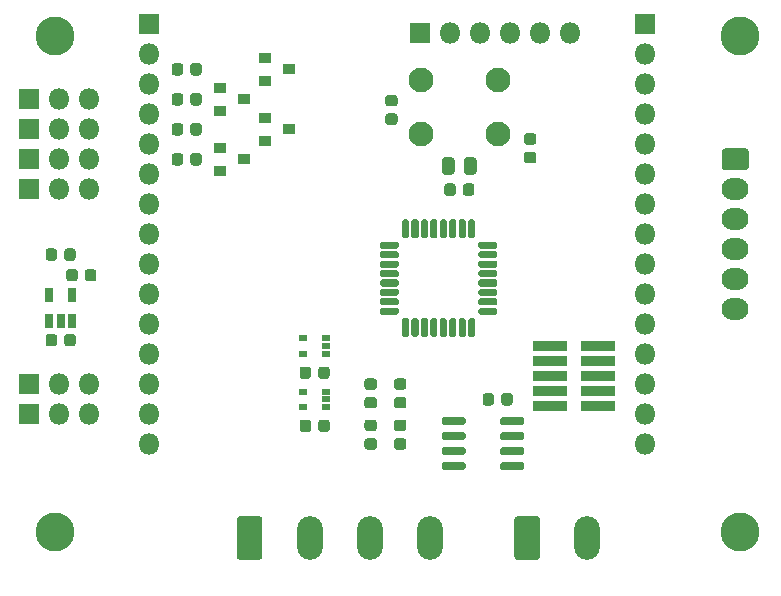
<source format=gts>
G04 #@! TF.GenerationSoftware,KiCad,Pcbnew,5.1.6-c6e7f7d~87~ubuntu20.04.1*
G04 #@! TF.CreationDate,2020-09-30T23:59:15+01:00*
G04 #@! TF.ProjectId,motor_board,6d6f746f-725f-4626-9f61-72642e6b6963,1.0*
G04 #@! TF.SameCoordinates,PX55d4a80PY5f5e100*
G04 #@! TF.FileFunction,Soldermask,Top*
G04 #@! TF.FilePolarity,Negative*
%FSLAX46Y46*%
G04 Gerber Fmt 4.6, Leading zero omitted, Abs format (unit mm)*
G04 Created by KiCad (PCBNEW 5.1.6-c6e7f7d~87~ubuntu20.04.1) date 2020-09-30 23:59:15*
%MOMM*%
%LPD*%
G01*
G04 APERTURE LIST*
%ADD10O,1.800000X1.800000*%
%ADD11R,1.800000X1.800000*%
%ADD12R,0.750000X1.160000*%
%ADD13R,0.750000X0.500000*%
%ADD14C,2.100000*%
%ADD15O,2.180000X3.700000*%
%ADD16R,2.895000X0.840000*%
%ADD17O,2.290000X1.840000*%
%ADD18C,3.300000*%
%ADD19R,1.000000X0.900000*%
G04 APERTURE END LIST*
G36*
G01*
X25700000Y17781250D02*
X25700000Y17218750D01*
G75*
G02*
X25456250Y16975000I-243750J0D01*
G01*
X24968750Y16975000D01*
G75*
G02*
X24725000Y17218750I0J243750D01*
G01*
X24725000Y17781250D01*
G75*
G02*
X24968750Y18025000I243750J0D01*
G01*
X25456250Y18025000D01*
G75*
G02*
X25700000Y17781250I0J-243750D01*
G01*
G37*
G36*
G01*
X27275000Y17781250D02*
X27275000Y17218750D01*
G75*
G02*
X27031250Y16975000I-243750J0D01*
G01*
X26543750Y16975000D01*
G75*
G02*
X26300000Y17218750I0J243750D01*
G01*
X26300000Y17781250D01*
G75*
G02*
X26543750Y18025000I243750J0D01*
G01*
X27031250Y18025000D01*
G75*
G02*
X27275000Y17781250I0J-243750D01*
G01*
G37*
G36*
G01*
X25700000Y13281250D02*
X25700000Y12718750D01*
G75*
G02*
X25456250Y12475000I-243750J0D01*
G01*
X24968750Y12475000D01*
G75*
G02*
X24725000Y12718750I0J243750D01*
G01*
X24725000Y13281250D01*
G75*
G02*
X24968750Y13525000I243750J0D01*
G01*
X25456250Y13525000D01*
G75*
G02*
X25700000Y13281250I0J-243750D01*
G01*
G37*
G36*
G01*
X27275000Y13281250D02*
X27275000Y12718750D01*
G75*
G02*
X27031250Y12475000I-243750J0D01*
G01*
X26543750Y12475000D01*
G75*
G02*
X26300000Y12718750I0J243750D01*
G01*
X26300000Y13281250D01*
G75*
G02*
X26543750Y13525000I243750J0D01*
G01*
X27031250Y13525000D01*
G75*
G02*
X27275000Y13281250I0J-243750D01*
G01*
G37*
D10*
X54000000Y11440000D03*
X54000000Y13980000D03*
X54000000Y16520000D03*
X54000000Y19060000D03*
X54000000Y21600000D03*
X54000000Y24140000D03*
X54000000Y26680000D03*
X54000000Y29220000D03*
X54000000Y31760000D03*
X54000000Y34300000D03*
X54000000Y36840000D03*
X54000000Y39380000D03*
X54000000Y41920000D03*
X54000000Y44460000D03*
D11*
X54000000Y47000000D03*
D12*
X3550000Y24100000D03*
X5450000Y24100000D03*
X5450000Y21900000D03*
X4500000Y21900000D03*
X3550000Y21900000D03*
G36*
G01*
X41700000Y13230000D02*
X41700000Y13580000D01*
G75*
G02*
X41875000Y13755000I175000J0D01*
G01*
X43575000Y13755000D01*
G75*
G02*
X43750000Y13580000I0J-175000D01*
G01*
X43750000Y13230000D01*
G75*
G02*
X43575000Y13055000I-175000J0D01*
G01*
X41875000Y13055000D01*
G75*
G02*
X41700000Y13230000I0J175000D01*
G01*
G37*
G36*
G01*
X41700000Y11960000D02*
X41700000Y12310000D01*
G75*
G02*
X41875000Y12485000I175000J0D01*
G01*
X43575000Y12485000D01*
G75*
G02*
X43750000Y12310000I0J-175000D01*
G01*
X43750000Y11960000D01*
G75*
G02*
X43575000Y11785000I-175000J0D01*
G01*
X41875000Y11785000D01*
G75*
G02*
X41700000Y11960000I0J175000D01*
G01*
G37*
G36*
G01*
X41700000Y10690000D02*
X41700000Y11040000D01*
G75*
G02*
X41875000Y11215000I175000J0D01*
G01*
X43575000Y11215000D01*
G75*
G02*
X43750000Y11040000I0J-175000D01*
G01*
X43750000Y10690000D01*
G75*
G02*
X43575000Y10515000I-175000J0D01*
G01*
X41875000Y10515000D01*
G75*
G02*
X41700000Y10690000I0J175000D01*
G01*
G37*
G36*
G01*
X41700000Y9420000D02*
X41700000Y9770000D01*
G75*
G02*
X41875000Y9945000I175000J0D01*
G01*
X43575000Y9945000D01*
G75*
G02*
X43750000Y9770000I0J-175000D01*
G01*
X43750000Y9420000D01*
G75*
G02*
X43575000Y9245000I-175000J0D01*
G01*
X41875000Y9245000D01*
G75*
G02*
X41700000Y9420000I0J175000D01*
G01*
G37*
G36*
G01*
X36750000Y9420000D02*
X36750000Y9770000D01*
G75*
G02*
X36925000Y9945000I175000J0D01*
G01*
X38625000Y9945000D01*
G75*
G02*
X38800000Y9770000I0J-175000D01*
G01*
X38800000Y9420000D01*
G75*
G02*
X38625000Y9245000I-175000J0D01*
G01*
X36925000Y9245000D01*
G75*
G02*
X36750000Y9420000I0J175000D01*
G01*
G37*
G36*
G01*
X36750000Y10690000D02*
X36750000Y11040000D01*
G75*
G02*
X36925000Y11215000I175000J0D01*
G01*
X38625000Y11215000D01*
G75*
G02*
X38800000Y11040000I0J-175000D01*
G01*
X38800000Y10690000D01*
G75*
G02*
X38625000Y10515000I-175000J0D01*
G01*
X36925000Y10515000D01*
G75*
G02*
X36750000Y10690000I0J175000D01*
G01*
G37*
G36*
G01*
X36750000Y11960000D02*
X36750000Y12310000D01*
G75*
G02*
X36925000Y12485000I175000J0D01*
G01*
X38625000Y12485000D01*
G75*
G02*
X38800000Y12310000I0J-175000D01*
G01*
X38800000Y11960000D01*
G75*
G02*
X38625000Y11785000I-175000J0D01*
G01*
X36925000Y11785000D01*
G75*
G02*
X36750000Y11960000I0J175000D01*
G01*
G37*
G36*
G01*
X36750000Y13230000D02*
X36750000Y13580000D01*
G75*
G02*
X36925000Y13755000I175000J0D01*
G01*
X38625000Y13755000D01*
G75*
G02*
X38800000Y13580000I0J-175000D01*
G01*
X38800000Y13230000D01*
G75*
G02*
X38625000Y13055000I-175000J0D01*
G01*
X36925000Y13055000D01*
G75*
G02*
X36750000Y13230000I0J175000D01*
G01*
G37*
G36*
G01*
X40025000Y28600000D02*
X41325000Y28600000D01*
G75*
G02*
X41475000Y28450000I0J-150000D01*
G01*
X41475000Y28150000D01*
G75*
G02*
X41325000Y28000000I-150000J0D01*
G01*
X40025000Y28000000D01*
G75*
G02*
X39875000Y28150000I0J150000D01*
G01*
X39875000Y28450000D01*
G75*
G02*
X40025000Y28600000I150000J0D01*
G01*
G37*
G36*
G01*
X40025000Y27800000D02*
X41325000Y27800000D01*
G75*
G02*
X41475000Y27650000I0J-150000D01*
G01*
X41475000Y27350000D01*
G75*
G02*
X41325000Y27200000I-150000J0D01*
G01*
X40025000Y27200000D01*
G75*
G02*
X39875000Y27350000I0J150000D01*
G01*
X39875000Y27650000D01*
G75*
G02*
X40025000Y27800000I150000J0D01*
G01*
G37*
G36*
G01*
X40025000Y27000000D02*
X41325000Y27000000D01*
G75*
G02*
X41475000Y26850000I0J-150000D01*
G01*
X41475000Y26550000D01*
G75*
G02*
X41325000Y26400000I-150000J0D01*
G01*
X40025000Y26400000D01*
G75*
G02*
X39875000Y26550000I0J150000D01*
G01*
X39875000Y26850000D01*
G75*
G02*
X40025000Y27000000I150000J0D01*
G01*
G37*
G36*
G01*
X40025000Y26200000D02*
X41325000Y26200000D01*
G75*
G02*
X41475000Y26050000I0J-150000D01*
G01*
X41475000Y25750000D01*
G75*
G02*
X41325000Y25600000I-150000J0D01*
G01*
X40025000Y25600000D01*
G75*
G02*
X39875000Y25750000I0J150000D01*
G01*
X39875000Y26050000D01*
G75*
G02*
X40025000Y26200000I150000J0D01*
G01*
G37*
G36*
G01*
X40025000Y25400000D02*
X41325000Y25400000D01*
G75*
G02*
X41475000Y25250000I0J-150000D01*
G01*
X41475000Y24950000D01*
G75*
G02*
X41325000Y24800000I-150000J0D01*
G01*
X40025000Y24800000D01*
G75*
G02*
X39875000Y24950000I0J150000D01*
G01*
X39875000Y25250000D01*
G75*
G02*
X40025000Y25400000I150000J0D01*
G01*
G37*
G36*
G01*
X40025000Y24600000D02*
X41325000Y24600000D01*
G75*
G02*
X41475000Y24450000I0J-150000D01*
G01*
X41475000Y24150000D01*
G75*
G02*
X41325000Y24000000I-150000J0D01*
G01*
X40025000Y24000000D01*
G75*
G02*
X39875000Y24150000I0J150000D01*
G01*
X39875000Y24450000D01*
G75*
G02*
X40025000Y24600000I150000J0D01*
G01*
G37*
G36*
G01*
X40025000Y23800000D02*
X41325000Y23800000D01*
G75*
G02*
X41475000Y23650000I0J-150000D01*
G01*
X41475000Y23350000D01*
G75*
G02*
X41325000Y23200000I-150000J0D01*
G01*
X40025000Y23200000D01*
G75*
G02*
X39875000Y23350000I0J150000D01*
G01*
X39875000Y23650000D01*
G75*
G02*
X40025000Y23800000I150000J0D01*
G01*
G37*
G36*
G01*
X40025000Y23000000D02*
X41325000Y23000000D01*
G75*
G02*
X41475000Y22850000I0J-150000D01*
G01*
X41475000Y22550000D01*
G75*
G02*
X41325000Y22400000I-150000J0D01*
G01*
X40025000Y22400000D01*
G75*
G02*
X39875000Y22550000I0J150000D01*
G01*
X39875000Y22850000D01*
G75*
G02*
X40025000Y23000000I150000J0D01*
G01*
G37*
G36*
G01*
X39150000Y22125000D02*
X39450000Y22125000D01*
G75*
G02*
X39600000Y21975000I0J-150000D01*
G01*
X39600000Y20675000D01*
G75*
G02*
X39450000Y20525000I-150000J0D01*
G01*
X39150000Y20525000D01*
G75*
G02*
X39000000Y20675000I0J150000D01*
G01*
X39000000Y21975000D01*
G75*
G02*
X39150000Y22125000I150000J0D01*
G01*
G37*
G36*
G01*
X38350000Y22125000D02*
X38650000Y22125000D01*
G75*
G02*
X38800000Y21975000I0J-150000D01*
G01*
X38800000Y20675000D01*
G75*
G02*
X38650000Y20525000I-150000J0D01*
G01*
X38350000Y20525000D01*
G75*
G02*
X38200000Y20675000I0J150000D01*
G01*
X38200000Y21975000D01*
G75*
G02*
X38350000Y22125000I150000J0D01*
G01*
G37*
G36*
G01*
X37550000Y22125000D02*
X37850000Y22125000D01*
G75*
G02*
X38000000Y21975000I0J-150000D01*
G01*
X38000000Y20675000D01*
G75*
G02*
X37850000Y20525000I-150000J0D01*
G01*
X37550000Y20525000D01*
G75*
G02*
X37400000Y20675000I0J150000D01*
G01*
X37400000Y21975000D01*
G75*
G02*
X37550000Y22125000I150000J0D01*
G01*
G37*
G36*
G01*
X36750000Y22125000D02*
X37050000Y22125000D01*
G75*
G02*
X37200000Y21975000I0J-150000D01*
G01*
X37200000Y20675000D01*
G75*
G02*
X37050000Y20525000I-150000J0D01*
G01*
X36750000Y20525000D01*
G75*
G02*
X36600000Y20675000I0J150000D01*
G01*
X36600000Y21975000D01*
G75*
G02*
X36750000Y22125000I150000J0D01*
G01*
G37*
G36*
G01*
X35950000Y22125000D02*
X36250000Y22125000D01*
G75*
G02*
X36400000Y21975000I0J-150000D01*
G01*
X36400000Y20675000D01*
G75*
G02*
X36250000Y20525000I-150000J0D01*
G01*
X35950000Y20525000D01*
G75*
G02*
X35800000Y20675000I0J150000D01*
G01*
X35800000Y21975000D01*
G75*
G02*
X35950000Y22125000I150000J0D01*
G01*
G37*
G36*
G01*
X35150000Y22125000D02*
X35450000Y22125000D01*
G75*
G02*
X35600000Y21975000I0J-150000D01*
G01*
X35600000Y20675000D01*
G75*
G02*
X35450000Y20525000I-150000J0D01*
G01*
X35150000Y20525000D01*
G75*
G02*
X35000000Y20675000I0J150000D01*
G01*
X35000000Y21975000D01*
G75*
G02*
X35150000Y22125000I150000J0D01*
G01*
G37*
G36*
G01*
X34350000Y22125000D02*
X34650000Y22125000D01*
G75*
G02*
X34800000Y21975000I0J-150000D01*
G01*
X34800000Y20675000D01*
G75*
G02*
X34650000Y20525000I-150000J0D01*
G01*
X34350000Y20525000D01*
G75*
G02*
X34200000Y20675000I0J150000D01*
G01*
X34200000Y21975000D01*
G75*
G02*
X34350000Y22125000I150000J0D01*
G01*
G37*
G36*
G01*
X33550000Y22125000D02*
X33850000Y22125000D01*
G75*
G02*
X34000000Y21975000I0J-150000D01*
G01*
X34000000Y20675000D01*
G75*
G02*
X33850000Y20525000I-150000J0D01*
G01*
X33550000Y20525000D01*
G75*
G02*
X33400000Y20675000I0J150000D01*
G01*
X33400000Y21975000D01*
G75*
G02*
X33550000Y22125000I150000J0D01*
G01*
G37*
G36*
G01*
X31675000Y23000000D02*
X32975000Y23000000D01*
G75*
G02*
X33125000Y22850000I0J-150000D01*
G01*
X33125000Y22550000D01*
G75*
G02*
X32975000Y22400000I-150000J0D01*
G01*
X31675000Y22400000D01*
G75*
G02*
X31525000Y22550000I0J150000D01*
G01*
X31525000Y22850000D01*
G75*
G02*
X31675000Y23000000I150000J0D01*
G01*
G37*
G36*
G01*
X31675000Y23800000D02*
X32975000Y23800000D01*
G75*
G02*
X33125000Y23650000I0J-150000D01*
G01*
X33125000Y23350000D01*
G75*
G02*
X32975000Y23200000I-150000J0D01*
G01*
X31675000Y23200000D01*
G75*
G02*
X31525000Y23350000I0J150000D01*
G01*
X31525000Y23650000D01*
G75*
G02*
X31675000Y23800000I150000J0D01*
G01*
G37*
G36*
G01*
X31675000Y24600000D02*
X32975000Y24600000D01*
G75*
G02*
X33125000Y24450000I0J-150000D01*
G01*
X33125000Y24150000D01*
G75*
G02*
X32975000Y24000000I-150000J0D01*
G01*
X31675000Y24000000D01*
G75*
G02*
X31525000Y24150000I0J150000D01*
G01*
X31525000Y24450000D01*
G75*
G02*
X31675000Y24600000I150000J0D01*
G01*
G37*
G36*
G01*
X31675000Y25400000D02*
X32975000Y25400000D01*
G75*
G02*
X33125000Y25250000I0J-150000D01*
G01*
X33125000Y24950000D01*
G75*
G02*
X32975000Y24800000I-150000J0D01*
G01*
X31675000Y24800000D01*
G75*
G02*
X31525000Y24950000I0J150000D01*
G01*
X31525000Y25250000D01*
G75*
G02*
X31675000Y25400000I150000J0D01*
G01*
G37*
G36*
G01*
X31675000Y26200000D02*
X32975000Y26200000D01*
G75*
G02*
X33125000Y26050000I0J-150000D01*
G01*
X33125000Y25750000D01*
G75*
G02*
X32975000Y25600000I-150000J0D01*
G01*
X31675000Y25600000D01*
G75*
G02*
X31525000Y25750000I0J150000D01*
G01*
X31525000Y26050000D01*
G75*
G02*
X31675000Y26200000I150000J0D01*
G01*
G37*
G36*
G01*
X31675000Y27000000D02*
X32975000Y27000000D01*
G75*
G02*
X33125000Y26850000I0J-150000D01*
G01*
X33125000Y26550000D01*
G75*
G02*
X32975000Y26400000I-150000J0D01*
G01*
X31675000Y26400000D01*
G75*
G02*
X31525000Y26550000I0J150000D01*
G01*
X31525000Y26850000D01*
G75*
G02*
X31675000Y27000000I150000J0D01*
G01*
G37*
G36*
G01*
X31675000Y27800000D02*
X32975000Y27800000D01*
G75*
G02*
X33125000Y27650000I0J-150000D01*
G01*
X33125000Y27350000D01*
G75*
G02*
X32975000Y27200000I-150000J0D01*
G01*
X31675000Y27200000D01*
G75*
G02*
X31525000Y27350000I0J150000D01*
G01*
X31525000Y27650000D01*
G75*
G02*
X31675000Y27800000I150000J0D01*
G01*
G37*
G36*
G01*
X31675000Y28600000D02*
X32975000Y28600000D01*
G75*
G02*
X33125000Y28450000I0J-150000D01*
G01*
X33125000Y28150000D01*
G75*
G02*
X32975000Y28000000I-150000J0D01*
G01*
X31675000Y28000000D01*
G75*
G02*
X31525000Y28150000I0J150000D01*
G01*
X31525000Y28450000D01*
G75*
G02*
X31675000Y28600000I150000J0D01*
G01*
G37*
G36*
G01*
X33550000Y30475000D02*
X33850000Y30475000D01*
G75*
G02*
X34000000Y30325000I0J-150000D01*
G01*
X34000000Y29025000D01*
G75*
G02*
X33850000Y28875000I-150000J0D01*
G01*
X33550000Y28875000D01*
G75*
G02*
X33400000Y29025000I0J150000D01*
G01*
X33400000Y30325000D01*
G75*
G02*
X33550000Y30475000I150000J0D01*
G01*
G37*
G36*
G01*
X34350000Y30475000D02*
X34650000Y30475000D01*
G75*
G02*
X34800000Y30325000I0J-150000D01*
G01*
X34800000Y29025000D01*
G75*
G02*
X34650000Y28875000I-150000J0D01*
G01*
X34350000Y28875000D01*
G75*
G02*
X34200000Y29025000I0J150000D01*
G01*
X34200000Y30325000D01*
G75*
G02*
X34350000Y30475000I150000J0D01*
G01*
G37*
G36*
G01*
X35150000Y30475000D02*
X35450000Y30475000D01*
G75*
G02*
X35600000Y30325000I0J-150000D01*
G01*
X35600000Y29025000D01*
G75*
G02*
X35450000Y28875000I-150000J0D01*
G01*
X35150000Y28875000D01*
G75*
G02*
X35000000Y29025000I0J150000D01*
G01*
X35000000Y30325000D01*
G75*
G02*
X35150000Y30475000I150000J0D01*
G01*
G37*
G36*
G01*
X35950000Y30475000D02*
X36250000Y30475000D01*
G75*
G02*
X36400000Y30325000I0J-150000D01*
G01*
X36400000Y29025000D01*
G75*
G02*
X36250000Y28875000I-150000J0D01*
G01*
X35950000Y28875000D01*
G75*
G02*
X35800000Y29025000I0J150000D01*
G01*
X35800000Y30325000D01*
G75*
G02*
X35950000Y30475000I150000J0D01*
G01*
G37*
G36*
G01*
X36750000Y30475000D02*
X37050000Y30475000D01*
G75*
G02*
X37200000Y30325000I0J-150000D01*
G01*
X37200000Y29025000D01*
G75*
G02*
X37050000Y28875000I-150000J0D01*
G01*
X36750000Y28875000D01*
G75*
G02*
X36600000Y29025000I0J150000D01*
G01*
X36600000Y30325000D01*
G75*
G02*
X36750000Y30475000I150000J0D01*
G01*
G37*
G36*
G01*
X37550000Y30475000D02*
X37850000Y30475000D01*
G75*
G02*
X38000000Y30325000I0J-150000D01*
G01*
X38000000Y29025000D01*
G75*
G02*
X37850000Y28875000I-150000J0D01*
G01*
X37550000Y28875000D01*
G75*
G02*
X37400000Y29025000I0J150000D01*
G01*
X37400000Y30325000D01*
G75*
G02*
X37550000Y30475000I150000J0D01*
G01*
G37*
G36*
G01*
X38350000Y30475000D02*
X38650000Y30475000D01*
G75*
G02*
X38800000Y30325000I0J-150000D01*
G01*
X38800000Y29025000D01*
G75*
G02*
X38650000Y28875000I-150000J0D01*
G01*
X38350000Y28875000D01*
G75*
G02*
X38200000Y29025000I0J150000D01*
G01*
X38200000Y30325000D01*
G75*
G02*
X38350000Y30475000I150000J0D01*
G01*
G37*
G36*
G01*
X39150000Y30475000D02*
X39450000Y30475000D01*
G75*
G02*
X39600000Y30325000I0J-150000D01*
G01*
X39600000Y29025000D01*
G75*
G02*
X39450000Y28875000I-150000J0D01*
G01*
X39150000Y28875000D01*
G75*
G02*
X39000000Y29025000I0J150000D01*
G01*
X39000000Y30325000D01*
G75*
G02*
X39150000Y30475000I150000J0D01*
G01*
G37*
D13*
X25050000Y14600000D03*
X25050000Y15900000D03*
X26950000Y15250000D03*
X26950000Y15900000D03*
X26950000Y14600000D03*
X25050000Y19100000D03*
X25050000Y20400000D03*
X26950000Y19750000D03*
X26950000Y20400000D03*
X26950000Y19100000D03*
D14*
X35000000Y37750000D03*
X35000000Y42250000D03*
X41500000Y37750000D03*
X41500000Y42250000D03*
G36*
G01*
X44531250Y36800000D02*
X43968750Y36800000D01*
G75*
G02*
X43725000Y37043750I0J243750D01*
G01*
X43725000Y37531250D01*
G75*
G02*
X43968750Y37775000I243750J0D01*
G01*
X44531250Y37775000D01*
G75*
G02*
X44775000Y37531250I0J-243750D01*
G01*
X44775000Y37043750D01*
G75*
G02*
X44531250Y36800000I-243750J0D01*
G01*
G37*
G36*
G01*
X44531250Y35225000D02*
X43968750Y35225000D01*
G75*
G02*
X43725000Y35468750I0J243750D01*
G01*
X43725000Y35956250D01*
G75*
G02*
X43968750Y36200000I243750J0D01*
G01*
X44531250Y36200000D01*
G75*
G02*
X44775000Y35956250I0J-243750D01*
G01*
X44775000Y35468750D01*
G75*
G02*
X44531250Y35225000I-243750J0D01*
G01*
G37*
G36*
G01*
X33531250Y16050000D02*
X32968750Y16050000D01*
G75*
G02*
X32725000Y16293750I0J243750D01*
G01*
X32725000Y16781250D01*
G75*
G02*
X32968750Y17025000I243750J0D01*
G01*
X33531250Y17025000D01*
G75*
G02*
X33775000Y16781250I0J-243750D01*
G01*
X33775000Y16293750D01*
G75*
G02*
X33531250Y16050000I-243750J0D01*
G01*
G37*
G36*
G01*
X33531250Y14475000D02*
X32968750Y14475000D01*
G75*
G02*
X32725000Y14718750I0J243750D01*
G01*
X32725000Y15206250D01*
G75*
G02*
X32968750Y15450000I243750J0D01*
G01*
X33531250Y15450000D01*
G75*
G02*
X33775000Y15206250I0J-243750D01*
G01*
X33775000Y14718750D01*
G75*
G02*
X33531250Y14475000I-243750J0D01*
G01*
G37*
G36*
G01*
X31031250Y16050000D02*
X30468750Y16050000D01*
G75*
G02*
X30225000Y16293750I0J243750D01*
G01*
X30225000Y16781250D01*
G75*
G02*
X30468750Y17025000I243750J0D01*
G01*
X31031250Y17025000D01*
G75*
G02*
X31275000Y16781250I0J-243750D01*
G01*
X31275000Y16293750D01*
G75*
G02*
X31031250Y16050000I-243750J0D01*
G01*
G37*
G36*
G01*
X31031250Y14475000D02*
X30468750Y14475000D01*
G75*
G02*
X30225000Y14718750I0J243750D01*
G01*
X30225000Y15206250D01*
G75*
G02*
X30468750Y15450000I243750J0D01*
G01*
X31031250Y15450000D01*
G75*
G02*
X31275000Y15206250I0J-243750D01*
G01*
X31275000Y14718750D01*
G75*
G02*
X31031250Y14475000I-243750J0D01*
G01*
G37*
G36*
G01*
X14875000Y35851250D02*
X14875000Y35288750D01*
G75*
G02*
X14631250Y35045000I-243750J0D01*
G01*
X14143750Y35045000D01*
G75*
G02*
X13900000Y35288750I0J243750D01*
G01*
X13900000Y35851250D01*
G75*
G02*
X14143750Y36095000I243750J0D01*
G01*
X14631250Y36095000D01*
G75*
G02*
X14875000Y35851250I0J-243750D01*
G01*
G37*
G36*
G01*
X16450000Y35851250D02*
X16450000Y35288750D01*
G75*
G02*
X16206250Y35045000I-243750J0D01*
G01*
X15718750Y35045000D01*
G75*
G02*
X15475000Y35288750I0J243750D01*
G01*
X15475000Y35851250D01*
G75*
G02*
X15718750Y36095000I243750J0D01*
G01*
X16206250Y36095000D01*
G75*
G02*
X16450000Y35851250I0J-243750D01*
G01*
G37*
G36*
G01*
X14875000Y38391250D02*
X14875000Y37828750D01*
G75*
G02*
X14631250Y37585000I-243750J0D01*
G01*
X14143750Y37585000D01*
G75*
G02*
X13900000Y37828750I0J243750D01*
G01*
X13900000Y38391250D01*
G75*
G02*
X14143750Y38635000I243750J0D01*
G01*
X14631250Y38635000D01*
G75*
G02*
X14875000Y38391250I0J-243750D01*
G01*
G37*
G36*
G01*
X16450000Y38391250D02*
X16450000Y37828750D01*
G75*
G02*
X16206250Y37585000I-243750J0D01*
G01*
X15718750Y37585000D01*
G75*
G02*
X15475000Y37828750I0J243750D01*
G01*
X15475000Y38391250D01*
G75*
G02*
X15718750Y38635000I243750J0D01*
G01*
X16206250Y38635000D01*
G75*
G02*
X16450000Y38391250I0J-243750D01*
G01*
G37*
G36*
G01*
X14875000Y40931250D02*
X14875000Y40368750D01*
G75*
G02*
X14631250Y40125000I-243750J0D01*
G01*
X14143750Y40125000D01*
G75*
G02*
X13900000Y40368750I0J243750D01*
G01*
X13900000Y40931250D01*
G75*
G02*
X14143750Y41175000I243750J0D01*
G01*
X14631250Y41175000D01*
G75*
G02*
X14875000Y40931250I0J-243750D01*
G01*
G37*
G36*
G01*
X16450000Y40931250D02*
X16450000Y40368750D01*
G75*
G02*
X16206250Y40125000I-243750J0D01*
G01*
X15718750Y40125000D01*
G75*
G02*
X15475000Y40368750I0J243750D01*
G01*
X15475000Y40931250D01*
G75*
G02*
X15718750Y41175000I243750J0D01*
G01*
X16206250Y41175000D01*
G75*
G02*
X16450000Y40931250I0J-243750D01*
G01*
G37*
G36*
G01*
X14875000Y43471250D02*
X14875000Y42908750D01*
G75*
G02*
X14631250Y42665000I-243750J0D01*
G01*
X14143750Y42665000D01*
G75*
G02*
X13900000Y42908750I0J243750D01*
G01*
X13900000Y43471250D01*
G75*
G02*
X14143750Y43715000I243750J0D01*
G01*
X14631250Y43715000D01*
G75*
G02*
X14875000Y43471250I0J-243750D01*
G01*
G37*
G36*
G01*
X16450000Y43471250D02*
X16450000Y42908750D01*
G75*
G02*
X16206250Y42665000I-243750J0D01*
G01*
X15718750Y42665000D01*
G75*
G02*
X15475000Y42908750I0J243750D01*
G01*
X15475000Y43471250D01*
G75*
G02*
X15718750Y43715000I243750J0D01*
G01*
X16206250Y43715000D01*
G75*
G02*
X16450000Y43471250I0J-243750D01*
G01*
G37*
D15*
X49080000Y3500000D03*
G36*
G01*
X42910000Y1912018D02*
X42910000Y5087982D01*
G75*
G02*
X43172018Y5350000I262018J0D01*
G01*
X44827982Y5350000D01*
G75*
G02*
X45090000Y5087982I0J-262018D01*
G01*
X45090000Y1912018D01*
G75*
G02*
X44827982Y1650000I-262018J0D01*
G01*
X43172018Y1650000D01*
G75*
G02*
X42910000Y1912018I0J262018D01*
G01*
G37*
D10*
X47650000Y46250000D03*
X45110000Y46250000D03*
X42570000Y46250000D03*
X40030000Y46250000D03*
X37490000Y46250000D03*
D11*
X34950000Y46250000D03*
D10*
X6920000Y13980000D03*
X4380000Y13980000D03*
D11*
X1840000Y13980000D03*
D10*
X6920000Y16520000D03*
X4380000Y16520000D03*
D11*
X1840000Y16520000D03*
D15*
X35740000Y3500000D03*
X30660000Y3500000D03*
X25580000Y3500000D03*
G36*
G01*
X19410000Y1912018D02*
X19410000Y5087982D01*
G75*
G02*
X19672018Y5350000I262018J0D01*
G01*
X21327982Y5350000D01*
G75*
G02*
X21590000Y5087982I0J-262018D01*
G01*
X21590000Y1912018D01*
G75*
G02*
X21327982Y1650000I-262018J0D01*
G01*
X19672018Y1650000D01*
G75*
G02*
X19410000Y1912018I0J262018D01*
G01*
G37*
D10*
X12000000Y11440000D03*
X12000000Y13980000D03*
X12000000Y16520000D03*
X12000000Y19060000D03*
X12000000Y21600000D03*
X12000000Y24140000D03*
X12000000Y26680000D03*
X12000000Y29220000D03*
X12000000Y31760000D03*
X12000000Y34300000D03*
X12000000Y36840000D03*
X12000000Y39380000D03*
X12000000Y41920000D03*
X12000000Y44460000D03*
D11*
X12000000Y47000000D03*
D16*
X45968000Y19790000D03*
X50032000Y19790000D03*
X45968000Y18520000D03*
X50032000Y18520000D03*
X45968000Y17250000D03*
X50032000Y17250000D03*
X45968000Y15980000D03*
X50032000Y15980000D03*
X45968000Y14710000D03*
X50032000Y14710000D03*
D10*
X6920000Y33030000D03*
X4380000Y33030000D03*
D11*
X1840000Y33030000D03*
D10*
X6920000Y35570000D03*
X4380000Y35570000D03*
D11*
X1840000Y35570000D03*
D17*
X61620000Y22870000D03*
X61620000Y25410000D03*
X61620000Y27950000D03*
X61620000Y30490000D03*
X61620000Y33030000D03*
G36*
G01*
X60739367Y36490000D02*
X62500633Y36490000D01*
G75*
G02*
X62765000Y36225633I0J-264367D01*
G01*
X62765000Y34914367D01*
G75*
G02*
X62500633Y34650000I-264367J0D01*
G01*
X60739367Y34650000D01*
G75*
G02*
X60475000Y34914367I0J264367D01*
G01*
X60475000Y36225633D01*
G75*
G02*
X60739367Y36490000I264367J0D01*
G01*
G37*
D10*
X6920000Y38110000D03*
X4380000Y38110000D03*
D11*
X1840000Y38110000D03*
D10*
X6920000Y40650000D03*
X4380000Y40650000D03*
D11*
X1840000Y40650000D03*
D18*
X62000000Y4000000D03*
X4000000Y46000000D03*
X4000000Y4000000D03*
X62000000Y46000000D03*
G36*
G01*
X33531250Y12550000D02*
X32968750Y12550000D01*
G75*
G02*
X32725000Y12793750I0J243750D01*
G01*
X32725000Y13281250D01*
G75*
G02*
X32968750Y13525000I243750J0D01*
G01*
X33531250Y13525000D01*
G75*
G02*
X33775000Y13281250I0J-243750D01*
G01*
X33775000Y12793750D01*
G75*
G02*
X33531250Y12550000I-243750J0D01*
G01*
G37*
G36*
G01*
X33531250Y10975000D02*
X32968750Y10975000D01*
G75*
G02*
X32725000Y11218750I0J243750D01*
G01*
X32725000Y11706250D01*
G75*
G02*
X32968750Y11950000I243750J0D01*
G01*
X33531250Y11950000D01*
G75*
G02*
X33775000Y11706250I0J-243750D01*
G01*
X33775000Y11218750D01*
G75*
G02*
X33531250Y10975000I-243750J0D01*
G01*
G37*
G36*
G01*
X31031250Y12550000D02*
X30468750Y12550000D01*
G75*
G02*
X30225000Y12793750I0J243750D01*
G01*
X30225000Y13281250D01*
G75*
G02*
X30468750Y13525000I243750J0D01*
G01*
X31031250Y13525000D01*
G75*
G02*
X31275000Y13281250I0J-243750D01*
G01*
X31275000Y12793750D01*
G75*
G02*
X31031250Y12550000I-243750J0D01*
G01*
G37*
G36*
G01*
X31031250Y10975000D02*
X30468750Y10975000D01*
G75*
G02*
X30225000Y11218750I0J243750D01*
G01*
X30225000Y11706250D01*
G75*
G02*
X30468750Y11950000I243750J0D01*
G01*
X31031250Y11950000D01*
G75*
G02*
X31275000Y11706250I0J-243750D01*
G01*
X31275000Y11218750D01*
G75*
G02*
X31031250Y10975000I-243750J0D01*
G01*
G37*
D19*
X19985000Y35570000D03*
X17985000Y34620000D03*
X17985000Y36520000D03*
X23795000Y38110000D03*
X21795000Y37160000D03*
X21795000Y39060000D03*
X19985000Y40650000D03*
X17985000Y39700000D03*
X17985000Y41600000D03*
X23795000Y43190000D03*
X21795000Y42240000D03*
X21795000Y44140000D03*
G36*
G01*
X4800000Y27218750D02*
X4800000Y27781250D01*
G75*
G02*
X5043750Y28025000I243750J0D01*
G01*
X5531250Y28025000D01*
G75*
G02*
X5775000Y27781250I0J-243750D01*
G01*
X5775000Y27218750D01*
G75*
G02*
X5531250Y26975000I-243750J0D01*
G01*
X5043750Y26975000D01*
G75*
G02*
X4800000Y27218750I0J243750D01*
G01*
G37*
G36*
G01*
X3225000Y27218750D02*
X3225000Y27781250D01*
G75*
G02*
X3468750Y28025000I243750J0D01*
G01*
X3956250Y28025000D01*
G75*
G02*
X4200000Y27781250I0J-243750D01*
G01*
X4200000Y27218750D01*
G75*
G02*
X3956250Y26975000I-243750J0D01*
G01*
X3468750Y26975000D01*
G75*
G02*
X3225000Y27218750I0J243750D01*
G01*
G37*
G36*
G01*
X6550000Y25468750D02*
X6550000Y26031250D01*
G75*
G02*
X6793750Y26275000I243750J0D01*
G01*
X7281250Y26275000D01*
G75*
G02*
X7525000Y26031250I0J-243750D01*
G01*
X7525000Y25468750D01*
G75*
G02*
X7281250Y25225000I-243750J0D01*
G01*
X6793750Y25225000D01*
G75*
G02*
X6550000Y25468750I0J243750D01*
G01*
G37*
G36*
G01*
X4975000Y25468750D02*
X4975000Y26031250D01*
G75*
G02*
X5218750Y26275000I243750J0D01*
G01*
X5706250Y26275000D01*
G75*
G02*
X5950000Y26031250I0J-243750D01*
G01*
X5950000Y25468750D01*
G75*
G02*
X5706250Y25225000I-243750J0D01*
G01*
X5218750Y25225000D01*
G75*
G02*
X4975000Y25468750I0J243750D01*
G01*
G37*
G36*
G01*
X4800000Y19968750D02*
X4800000Y20531250D01*
G75*
G02*
X5043750Y20775000I243750J0D01*
G01*
X5531250Y20775000D01*
G75*
G02*
X5775000Y20531250I0J-243750D01*
G01*
X5775000Y19968750D01*
G75*
G02*
X5531250Y19725000I-243750J0D01*
G01*
X5043750Y19725000D01*
G75*
G02*
X4800000Y19968750I0J243750D01*
G01*
G37*
G36*
G01*
X3225000Y19968750D02*
X3225000Y20531250D01*
G75*
G02*
X3468750Y20775000I243750J0D01*
G01*
X3956250Y20775000D01*
G75*
G02*
X4200000Y20531250I0J-243750D01*
G01*
X4200000Y19968750D01*
G75*
G02*
X3956250Y19725000I-243750J0D01*
G01*
X3468750Y19725000D01*
G75*
G02*
X3225000Y19968750I0J243750D01*
G01*
G37*
G36*
G01*
X41800000Y14968750D02*
X41800000Y15531250D01*
G75*
G02*
X42043750Y15775000I243750J0D01*
G01*
X42531250Y15775000D01*
G75*
G02*
X42775000Y15531250I0J-243750D01*
G01*
X42775000Y14968750D01*
G75*
G02*
X42531250Y14725000I-243750J0D01*
G01*
X42043750Y14725000D01*
G75*
G02*
X41800000Y14968750I0J243750D01*
G01*
G37*
G36*
G01*
X40225000Y14968750D02*
X40225000Y15531250D01*
G75*
G02*
X40468750Y15775000I243750J0D01*
G01*
X40956250Y15775000D01*
G75*
G02*
X41200000Y15531250I0J-243750D01*
G01*
X41200000Y14968750D01*
G75*
G02*
X40956250Y14725000I-243750J0D01*
G01*
X40468750Y14725000D01*
G75*
G02*
X40225000Y14968750I0J243750D01*
G01*
G37*
G36*
G01*
X32781250Y40050000D02*
X32218750Y40050000D01*
G75*
G02*
X31975000Y40293750I0J243750D01*
G01*
X31975000Y40781250D01*
G75*
G02*
X32218750Y41025000I243750J0D01*
G01*
X32781250Y41025000D01*
G75*
G02*
X33025000Y40781250I0J-243750D01*
G01*
X33025000Y40293750D01*
G75*
G02*
X32781250Y40050000I-243750J0D01*
G01*
G37*
G36*
G01*
X32781250Y38475000D02*
X32218750Y38475000D01*
G75*
G02*
X31975000Y38718750I0J243750D01*
G01*
X31975000Y39206250D01*
G75*
G02*
X32218750Y39450000I243750J0D01*
G01*
X32781250Y39450000D01*
G75*
G02*
X33025000Y39206250I0J-243750D01*
G01*
X33025000Y38718750D01*
G75*
G02*
X32781250Y38475000I-243750J0D01*
G01*
G37*
G36*
G01*
X38550000Y32718750D02*
X38550000Y33281250D01*
G75*
G02*
X38793750Y33525000I243750J0D01*
G01*
X39281250Y33525000D01*
G75*
G02*
X39525000Y33281250I0J-243750D01*
G01*
X39525000Y32718750D01*
G75*
G02*
X39281250Y32475000I-243750J0D01*
G01*
X38793750Y32475000D01*
G75*
G02*
X38550000Y32718750I0J243750D01*
G01*
G37*
G36*
G01*
X36975000Y32718750D02*
X36975000Y33281250D01*
G75*
G02*
X37218750Y33525000I243750J0D01*
G01*
X37706250Y33525000D01*
G75*
G02*
X37950000Y33281250I0J-243750D01*
G01*
X37950000Y32718750D01*
G75*
G02*
X37706250Y32475000I-243750J0D01*
G01*
X37218750Y32475000D01*
G75*
G02*
X36975000Y32718750I0J243750D01*
G01*
G37*
G36*
G01*
X38650000Y34518750D02*
X38650000Y35481250D01*
G75*
G02*
X38918750Y35750000I268750J0D01*
G01*
X39456250Y35750000D01*
G75*
G02*
X39725000Y35481250I0J-268750D01*
G01*
X39725000Y34518750D01*
G75*
G02*
X39456250Y34250000I-268750J0D01*
G01*
X38918750Y34250000D01*
G75*
G02*
X38650000Y34518750I0J268750D01*
G01*
G37*
G36*
G01*
X36775000Y34518750D02*
X36775000Y35481250D01*
G75*
G02*
X37043750Y35750000I268750J0D01*
G01*
X37581250Y35750000D01*
G75*
G02*
X37850000Y35481250I0J-268750D01*
G01*
X37850000Y34518750D01*
G75*
G02*
X37581250Y34250000I-268750J0D01*
G01*
X37043750Y34250000D01*
G75*
G02*
X36775000Y34518750I0J268750D01*
G01*
G37*
M02*

</source>
